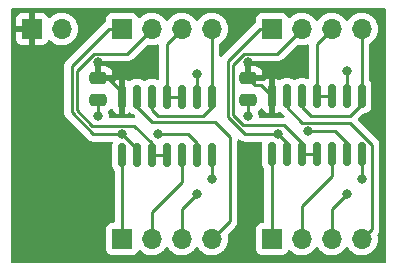
<source format=gbr>
%TF.GenerationSoftware,KiCad,Pcbnew,(6.0.0-0)*%
%TF.CreationDate,2022-07-05T22:52:52-04:00*%
%TF.ProjectId,IO-VGA-nand-gates,494f2d56-4741-42d6-9e61-6e642d676174,rev?*%
%TF.SameCoordinates,Original*%
%TF.FileFunction,Copper,L1,Top*%
%TF.FilePolarity,Positive*%
%FSLAX46Y46*%
G04 Gerber Fmt 4.6, Leading zero omitted, Abs format (unit mm)*
G04 Created by KiCad (PCBNEW (6.0.0-0)) date 2022-07-05 22:52:52*
%MOMM*%
%LPD*%
G01*
G04 APERTURE LIST*
G04 Aperture macros list*
%AMRoundRect*
0 Rectangle with rounded corners*
0 $1 Rounding radius*
0 $2 $3 $4 $5 $6 $7 $8 $9 X,Y pos of 4 corners*
0 Add a 4 corners polygon primitive as box body*
4,1,4,$2,$3,$4,$5,$6,$7,$8,$9,$2,$3,0*
0 Add four circle primitives for the rounded corners*
1,1,$1+$1,$2,$3*
1,1,$1+$1,$4,$5*
1,1,$1+$1,$6,$7*
1,1,$1+$1,$8,$9*
0 Add four rect primitives between the rounded corners*
20,1,$1+$1,$2,$3,$4,$5,0*
20,1,$1+$1,$4,$5,$6,$7,0*
20,1,$1+$1,$6,$7,$8,$9,0*
20,1,$1+$1,$8,$9,$2,$3,0*%
G04 Aperture macros list end*
%TA.AperFunction,ComponentPad*%
%ADD10R,1.700000X1.700000*%
%TD*%
%TA.AperFunction,ComponentPad*%
%ADD11O,1.700000X1.700000*%
%TD*%
%TA.AperFunction,SMDPad,CuDef*%
%ADD12RoundRect,0.150000X0.150000X-0.825000X0.150000X0.825000X-0.150000X0.825000X-0.150000X-0.825000X0*%
%TD*%
%TA.AperFunction,SMDPad,CuDef*%
%ADD13RoundRect,0.250000X-0.475000X0.250000X-0.475000X-0.250000X0.475000X-0.250000X0.475000X0.250000X0*%
%TD*%
%TA.AperFunction,ViaPad*%
%ADD14C,0.800000*%
%TD*%
%TA.AperFunction,Conductor*%
%ADD15C,0.250000*%
%TD*%
G04 APERTURE END LIST*
D10*
%TO.P,J5,1,Pin_1*%
%TO.N,/~{Q0}*%
X137414000Y-83312000D03*
D11*
%TO.P,J5,2,Pin_2*%
%TO.N,/Q0*%
X139954000Y-83312000D03*
%TO.P,J5,3,Pin_3*%
%TO.N,/~{Q1}*%
X142494000Y-83312000D03*
%TO.P,J5,4,Pin_4*%
%TO.N,/Q1*%
X145034000Y-83312000D03*
%TD*%
D10*
%TO.P,J2,1,Pin_1*%
%TO.N,VCC*%
X129794000Y-83312000D03*
D11*
%TO.P,J2,2,Pin_2*%
%TO.N,GND*%
X132334000Y-83312000D03*
%TD*%
D10*
%TO.P,J4,1,Pin_1*%
%TO.N,/~{Q2}*%
X150114000Y-83312000D03*
D11*
%TO.P,J4,2,Pin_2*%
%TO.N,/Q2*%
X152654000Y-83312000D03*
%TO.P,J4,3,Pin_3*%
%TO.N,/~{Q3}*%
X155194000Y-83312000D03*
%TO.P,J4,4,Pin_4*%
%TO.N,/Q3*%
X157734000Y-83312000D03*
%TD*%
D10*
%TO.P,J3,1,Pin_1*%
%TO.N,/~{S2}*%
X150114000Y-101092000D03*
D11*
%TO.P,J3,2,Pin_2*%
%TO.N,/~{R2}*%
X152654000Y-101092000D03*
%TO.P,J3,3,Pin_3*%
%TO.N,/~{S3}*%
X155194000Y-101092000D03*
%TO.P,J3,4,Pin_4*%
%TO.N,/~{R3}*%
X157734000Y-101092000D03*
%TD*%
D12*
%TO.P,U2,1*%
%TO.N,/~{S2}*%
X150114000Y-93915000D03*
%TO.P,U2,2*%
%TO.N,/~{Q2}*%
X151384000Y-93915000D03*
%TO.P,U2,3*%
%TO.N,/Q2*%
X152654000Y-93915000D03*
%TO.P,U2,4*%
X153924000Y-93915000D03*
%TO.P,U2,5*%
%TO.N,/~{R2}*%
X155194000Y-93915000D03*
%TO.P,U2,6*%
%TO.N,/~{Q2}*%
X156464000Y-93915000D03*
%TO.P,U2,7,GND*%
%TO.N,GND*%
X157734000Y-93915000D03*
%TO.P,U2,8*%
%TO.N,/Q3*%
X157734000Y-88965000D03*
%TO.P,U2,9*%
%TO.N,/~{S3}*%
X156464000Y-88965000D03*
%TO.P,U2,10*%
%TO.N,/~{Q3}*%
X155194000Y-88965000D03*
%TO.P,U2,11*%
X153924000Y-88965000D03*
%TO.P,U2,12*%
%TO.N,/Q3*%
X152654000Y-88965000D03*
%TO.P,U2,13*%
%TO.N,/~{R3}*%
X151384000Y-88965000D03*
%TO.P,U2,14,VCC*%
%TO.N,VCC*%
X150114000Y-88965000D03*
%TD*%
D13*
%TO.P,C2,1*%
%TO.N,VCC*%
X148082000Y-87442000D03*
%TO.P,C2,2*%
%TO.N,GND*%
X148082000Y-89342000D03*
%TD*%
D12*
%TO.P,U1,1*%
%TO.N,/~{S0}*%
X137414000Y-93981000D03*
%TO.P,U1,2*%
%TO.N,/~{Q0}*%
X138684000Y-93981000D03*
%TO.P,U1,3*%
%TO.N,/Q0*%
X139954000Y-93981000D03*
%TO.P,U1,4*%
X141224000Y-93981000D03*
%TO.P,U1,5*%
%TO.N,/~{R0}*%
X142494000Y-93981000D03*
%TO.P,U1,6*%
%TO.N,/~{Q0}*%
X143764000Y-93981000D03*
%TO.P,U1,7,GND*%
%TO.N,GND*%
X145034000Y-93981000D03*
%TO.P,U1,8*%
%TO.N,/Q1*%
X145034000Y-89031000D03*
%TO.P,U1,9*%
%TO.N,/~{S1}*%
X143764000Y-89031000D03*
%TO.P,U1,10*%
%TO.N,/~{Q1}*%
X142494000Y-89031000D03*
%TO.P,U1,11*%
X141224000Y-89031000D03*
%TO.P,U1,12*%
%TO.N,/Q1*%
X139954000Y-89031000D03*
%TO.P,U1,13*%
%TO.N,/~{R1}*%
X138684000Y-89031000D03*
%TO.P,U1,14,VCC*%
%TO.N,VCC*%
X137414000Y-89031000D03*
%TD*%
D13*
%TO.P,C1,1*%
%TO.N,VCC*%
X135382000Y-87442000D03*
%TO.P,C1,2*%
%TO.N,GND*%
X135382000Y-89342000D03*
%TD*%
D10*
%TO.P,J1,1,Pin_1*%
%TO.N,/~{S0}*%
X137434000Y-101092000D03*
D11*
%TO.P,J1,2,Pin_2*%
%TO.N,/~{R0}*%
X139974000Y-101092000D03*
%TO.P,J1,3,Pin_3*%
%TO.N,/~{S1}*%
X142514000Y-101092000D03*
%TO.P,J1,4,Pin_4*%
%TO.N,/~{R1}*%
X145054000Y-101092000D03*
%TD*%
D14*
%TO.N,VCC*%
X148082000Y-86106000D03*
X147574000Y-83058000D03*
X131572000Y-86106000D03*
X135382000Y-86106000D03*
%TO.N,/~{Q0}*%
X140461999Y-92202001D03*
X137414000Y-92202000D03*
%TO.N,/~{S1}*%
X143764000Y-97282000D03*
X143764000Y-87122000D03*
%TO.N,GND*%
X135386299Y-90673701D03*
X145034000Y-96012000D03*
X148082000Y-90678000D03*
%TO.N,/~{Q2}*%
X153162000Y-91948000D03*
X150622000Y-92202000D03*
%TO.N,GND*%
X157734000Y-96012000D03*
%TO.N,/~{S3}*%
X156464000Y-86868000D03*
X156464000Y-97282000D03*
%TD*%
D15*
%TO.N,/~{Q2}*%
X150114000Y-83312000D02*
X149098000Y-83312000D01*
X146362491Y-86047509D02*
X146362491Y-90741495D01*
X149098000Y-83312000D02*
X146362491Y-86047509D01*
X146362491Y-90741495D02*
X147822996Y-92202000D01*
X147822996Y-92202000D02*
X150622000Y-92202000D01*
%TO.N,/Q2*%
X152654000Y-83312000D02*
X150584501Y-85381499D01*
X147696700Y-91440000D02*
X151130000Y-91440000D01*
X150584501Y-85381499D02*
X147781901Y-85381499D01*
X147781901Y-85381499D02*
X146812001Y-86351399D01*
X146812001Y-86351399D02*
X146812001Y-90555301D01*
X146812001Y-90555301D02*
X147696700Y-91440000D01*
X151130000Y-91440000D02*
X152654000Y-92964000D01*
X152654000Y-92964000D02*
X152654000Y-93915000D01*
%TO.N,VCC*%
X148082000Y-87442000D02*
X148082000Y-86106000D01*
%TO.N,/Q0*%
X138467499Y-91477499D02*
X139954000Y-92964000D01*
X139954000Y-92964000D02*
X139954000Y-93981000D01*
X133604000Y-86859400D02*
X133604000Y-90170000D01*
X135081901Y-85381499D02*
X133604000Y-86859400D01*
X134911499Y-91477499D02*
X138467499Y-91477499D01*
X137884501Y-85381499D02*
X135081901Y-85381499D01*
X139954000Y-83312000D02*
X137884501Y-85381499D01*
%TO.N,VCC*%
X135382000Y-87442000D02*
X135382000Y-86106000D01*
%TO.N,/Q0*%
X133604000Y-90170000D02*
X134911499Y-91477499D01*
%TO.N,/~{S0}*%
X137414000Y-93981000D02*
X137434000Y-94001000D01*
X137434000Y-94001000D02*
X137434000Y-101092000D01*
%TO.N,/~{R0}*%
X142494000Y-93981000D02*
X142494000Y-96266000D01*
X142494000Y-96266000D02*
X139974000Y-98786000D01*
X139974000Y-98786000D02*
X139974000Y-101092000D01*
%TO.N,/~{Q0}*%
X143002001Y-92202001D02*
X140461999Y-92202001D01*
X143764000Y-92964000D02*
X143002001Y-92202001D01*
X143764000Y-93981000D02*
X143764000Y-92964000D01*
X133154490Y-90356194D02*
X135000296Y-92202000D01*
X133154490Y-86471510D02*
X133154490Y-90356194D01*
X137414000Y-83312000D02*
X136314000Y-83312000D01*
X138684000Y-93981000D02*
X138684000Y-93472000D01*
X135000296Y-92202000D02*
X137414000Y-92202000D01*
X136314000Y-83312000D02*
X133154490Y-86471510D01*
X138684000Y-93472000D02*
X137414000Y-92202000D01*
%TO.N,/~{S1}*%
X142514000Y-101092000D02*
X142514000Y-98532000D01*
X142514000Y-98532000D02*
X143764000Y-97282000D01*
X143764000Y-87122000D02*
X143764000Y-89031000D01*
%TO.N,/~{R1}*%
X138684000Y-89031000D02*
X138684000Y-89916000D01*
X145288000Y-91186000D02*
X146558000Y-92456000D01*
X138684000Y-89916000D02*
X139954000Y-91186000D01*
X139954000Y-91186000D02*
X145288000Y-91186000D01*
X146558000Y-92456000D02*
X146558000Y-99588000D01*
X146558000Y-99588000D02*
X145054000Y-101092000D01*
%TO.N,VCC*%
X137414000Y-89031000D02*
X137414000Y-88646000D01*
X137414000Y-88646000D02*
X136210000Y-87442000D01*
X136210000Y-87442000D02*
X135382000Y-87442000D01*
%TO.N,/Q1*%
X145034000Y-89031000D02*
X145034000Y-89916000D01*
X140462000Y-90678000D02*
X139954000Y-90170000D01*
X145034000Y-89916000D02*
X144272000Y-90678000D01*
X139954000Y-90170000D02*
X139954000Y-89031000D01*
X144272000Y-90678000D02*
X140462000Y-90678000D01*
X145034000Y-83312000D02*
X145034000Y-89031000D01*
%TO.N,/~{Q1}*%
X141224000Y-89031000D02*
X142494000Y-89031000D01*
X142494000Y-83312000D02*
X141224000Y-84582000D01*
X141224000Y-84582000D02*
X141224000Y-89031000D01*
%TO.N,/Q0*%
X139954000Y-93981000D02*
X141224000Y-93981000D01*
%TO.N,GND*%
X135382000Y-90669402D02*
X135386299Y-90673701D01*
X135382000Y-89342000D02*
X135382000Y-90669402D01*
X145034000Y-93981000D02*
X145034000Y-96012000D01*
X148082000Y-89342000D02*
X148082000Y-90678000D01*
%TO.N,VCC*%
X148082000Y-87442000D02*
X148707969Y-88067969D01*
X148707969Y-88067969D02*
X149216969Y-88067969D01*
X149216969Y-88067969D02*
X150114000Y-88965000D01*
%TO.N,/~{R3}*%
X151384000Y-89916000D02*
X151384000Y-88965000D01*
%TO.N,/~{Q2}*%
X156464000Y-92964000D02*
X155448000Y-91948000D01*
X155448000Y-91948000D02*
X153162000Y-91948000D01*
%TO.N,/~{R3}*%
X152691499Y-91223499D02*
X151384000Y-89916000D01*
X156688571Y-91223499D02*
X152691499Y-91223499D01*
X158584000Y-93118928D02*
X156688571Y-91223499D01*
X157734000Y-101092000D02*
X158584000Y-100242000D01*
X158584000Y-100242000D02*
X158584000Y-93118928D01*
%TO.N,/~{Q2}*%
X156464000Y-93915000D02*
X156464000Y-92964000D01*
%TO.N,/~{R2}*%
X155194000Y-93915000D02*
X155194000Y-95758000D01*
X155194000Y-95758000D02*
X152654000Y-98298000D01*
X152654000Y-98298000D02*
X152654000Y-101092000D01*
%TO.N,GND*%
X157734000Y-93915000D02*
X157734000Y-96012000D01*
%TO.N,/~{S3}*%
X155194000Y-101092000D02*
X155194000Y-98552000D01*
X155194000Y-98552000D02*
X156210000Y-97536000D01*
X156210000Y-97536000D02*
X156464000Y-97282000D01*
X156464000Y-86868000D02*
X156464000Y-88965000D01*
%TO.N,/~{S2}*%
X150114000Y-93915000D02*
X150114000Y-101092000D01*
%TO.N,/Q3*%
X152654000Y-88965000D02*
X152654000Y-89916000D01*
X152654000Y-89916000D02*
X153416000Y-90678000D01*
X153416000Y-90678000D02*
X156718000Y-90678000D01*
X156718000Y-90678000D02*
X157734000Y-89662000D01*
X157734000Y-89662000D02*
X157734000Y-88965000D01*
X157734000Y-83312000D02*
X157734000Y-88965000D01*
%TO.N,/~{Q3}*%
X155194000Y-88965000D02*
X153924000Y-88965000D01*
X155194000Y-83312000D02*
X153924000Y-84582000D01*
X153924000Y-84582000D02*
X153924000Y-88965000D01*
%TO.N,/~{Q2}*%
X151384000Y-92964000D02*
X151384000Y-93915000D01*
X150622000Y-92202000D02*
X151384000Y-92964000D01*
%TO.N,/Q2*%
X153924000Y-93915000D02*
X152654000Y-93915000D01*
%TD*%
%TA.AperFunction,Conductor*%
%TO.N,VCC*%
G36*
X159708121Y-81554002D02*
G01*
X159754614Y-81607658D01*
X159766000Y-81660000D01*
X159766000Y-102998000D01*
X159745998Y-103066121D01*
X159692342Y-103112614D01*
X159640000Y-103124000D01*
X128142000Y-103124000D01*
X128073879Y-103103998D01*
X128027386Y-103050342D01*
X128016000Y-102998000D01*
X128016000Y-86451453D01*
X132516270Y-86451453D01*
X132517016Y-86459345D01*
X132520431Y-86495471D01*
X132520990Y-86507329D01*
X132520990Y-90277427D01*
X132520463Y-90288610D01*
X132518788Y-90296103D01*
X132519037Y-90304029D01*
X132519037Y-90304030D01*
X132520928Y-90364180D01*
X132520990Y-90368139D01*
X132520990Y-90396050D01*
X132521487Y-90399984D01*
X132521487Y-90399985D01*
X132521495Y-90400050D01*
X132522428Y-90411887D01*
X132523817Y-90456083D01*
X132529468Y-90475533D01*
X132533477Y-90494894D01*
X132536016Y-90514991D01*
X132538935Y-90522362D01*
X132538935Y-90522364D01*
X132552294Y-90556106D01*
X132556139Y-90567336D01*
X132568472Y-90609787D01*
X132572505Y-90616606D01*
X132572507Y-90616611D01*
X132578783Y-90627222D01*
X132587478Y-90644970D01*
X132594938Y-90663811D01*
X132599600Y-90670227D01*
X132599600Y-90670228D01*
X132620926Y-90699581D01*
X132627442Y-90709501D01*
X132639817Y-90730425D01*
X132649948Y-90747556D01*
X132664269Y-90761877D01*
X132677109Y-90776910D01*
X132689018Y-90793301D01*
X132704585Y-90806179D01*
X132723095Y-90821492D01*
X132731874Y-90829482D01*
X134496644Y-92594253D01*
X134504184Y-92602539D01*
X134508296Y-92609018D01*
X134514073Y-92614443D01*
X134557947Y-92655643D01*
X134560789Y-92658398D01*
X134580526Y-92678135D01*
X134583723Y-92680615D01*
X134592743Y-92688318D01*
X134624975Y-92718586D01*
X134631921Y-92722405D01*
X134631924Y-92722407D01*
X134642730Y-92728348D01*
X134659249Y-92739199D01*
X134675255Y-92751614D01*
X134682524Y-92754759D01*
X134682528Y-92754762D01*
X134715833Y-92769174D01*
X134726483Y-92774391D01*
X134765236Y-92795695D01*
X134772911Y-92797666D01*
X134772912Y-92797666D01*
X134784858Y-92800733D01*
X134803563Y-92807137D01*
X134822151Y-92815181D01*
X134829974Y-92816420D01*
X134829984Y-92816423D01*
X134865820Y-92822099D01*
X134877440Y-92824505D01*
X134899389Y-92830140D01*
X134920266Y-92835500D01*
X134940520Y-92835500D01*
X134960230Y-92837051D01*
X134980239Y-92840220D01*
X134988131Y-92839474D01*
X135024257Y-92836059D01*
X135036115Y-92835500D01*
X136503570Y-92835500D01*
X136571691Y-92855502D01*
X136618184Y-92909158D01*
X136628288Y-92979432D01*
X136624567Y-92996653D01*
X136610232Y-93045992D01*
X136610231Y-93045997D01*
X136608438Y-93052169D01*
X136607934Y-93058574D01*
X136607933Y-93058579D01*
X136606009Y-93083027D01*
X136605500Y-93089498D01*
X136605500Y-94872502D01*
X136608438Y-94909831D01*
X136654855Y-95069601D01*
X136658892Y-95076427D01*
X136735509Y-95205980D01*
X136735511Y-95205983D01*
X136739547Y-95212807D01*
X136763595Y-95236855D01*
X136797621Y-95299167D01*
X136800500Y-95325950D01*
X136800500Y-99607500D01*
X136780498Y-99675621D01*
X136726842Y-99722114D01*
X136674500Y-99733500D01*
X136535866Y-99733500D01*
X136473684Y-99740255D01*
X136337295Y-99791385D01*
X136220739Y-99878739D01*
X136133385Y-99995295D01*
X136082255Y-100131684D01*
X136075500Y-100193866D01*
X136075500Y-101990134D01*
X136082255Y-102052316D01*
X136133385Y-102188705D01*
X136220739Y-102305261D01*
X136337295Y-102392615D01*
X136473684Y-102443745D01*
X136535866Y-102450500D01*
X138332134Y-102450500D01*
X138394316Y-102443745D01*
X138530705Y-102392615D01*
X138647261Y-102305261D01*
X138734615Y-102188705D01*
X138756799Y-102129529D01*
X138778598Y-102071382D01*
X138821240Y-102014618D01*
X138887802Y-101989918D01*
X138957150Y-102005126D01*
X138991817Y-102033114D01*
X139020250Y-102065938D01*
X139192126Y-102208632D01*
X139385000Y-102321338D01*
X139593692Y-102401030D01*
X139598760Y-102402061D01*
X139598763Y-102402062D01*
X139706017Y-102423883D01*
X139812597Y-102445567D01*
X139817772Y-102445757D01*
X139817774Y-102445757D01*
X140030673Y-102453564D01*
X140030677Y-102453564D01*
X140035837Y-102453753D01*
X140040957Y-102453097D01*
X140040959Y-102453097D01*
X140252288Y-102426025D01*
X140252289Y-102426025D01*
X140257416Y-102425368D01*
X140262366Y-102423883D01*
X140466429Y-102362661D01*
X140466434Y-102362659D01*
X140471384Y-102361174D01*
X140671994Y-102262896D01*
X140853860Y-102133173D01*
X141012096Y-101975489D01*
X141142453Y-101794077D01*
X141143776Y-101795028D01*
X141190645Y-101751857D01*
X141260580Y-101739625D01*
X141326026Y-101767144D01*
X141353875Y-101798994D01*
X141413987Y-101897088D01*
X141560250Y-102065938D01*
X141732126Y-102208632D01*
X141925000Y-102321338D01*
X142133692Y-102401030D01*
X142138760Y-102402061D01*
X142138763Y-102402062D01*
X142246017Y-102423883D01*
X142352597Y-102445567D01*
X142357772Y-102445757D01*
X142357774Y-102445757D01*
X142570673Y-102453564D01*
X142570677Y-102453564D01*
X142575837Y-102453753D01*
X142580957Y-102453097D01*
X142580959Y-102453097D01*
X142792288Y-102426025D01*
X142792289Y-102426025D01*
X142797416Y-102425368D01*
X142802366Y-102423883D01*
X143006429Y-102362661D01*
X143006434Y-102362659D01*
X143011384Y-102361174D01*
X143211994Y-102262896D01*
X143393860Y-102133173D01*
X143552096Y-101975489D01*
X143682453Y-101794077D01*
X143683776Y-101795028D01*
X143730645Y-101751857D01*
X143800580Y-101739625D01*
X143866026Y-101767144D01*
X143893875Y-101798994D01*
X143953987Y-101897088D01*
X144100250Y-102065938D01*
X144272126Y-102208632D01*
X144465000Y-102321338D01*
X144673692Y-102401030D01*
X144678760Y-102402061D01*
X144678763Y-102402062D01*
X144786017Y-102423883D01*
X144892597Y-102445567D01*
X144897772Y-102445757D01*
X144897774Y-102445757D01*
X145110673Y-102453564D01*
X145110677Y-102453564D01*
X145115837Y-102453753D01*
X145120957Y-102453097D01*
X145120959Y-102453097D01*
X145332288Y-102426025D01*
X145332289Y-102426025D01*
X145337416Y-102425368D01*
X145342366Y-102423883D01*
X145546429Y-102362661D01*
X145546434Y-102362659D01*
X145551384Y-102361174D01*
X145751994Y-102262896D01*
X145933860Y-102133173D01*
X146092096Y-101975489D01*
X146222453Y-101794077D01*
X146243320Y-101751857D01*
X146319136Y-101598453D01*
X146319137Y-101598451D01*
X146321430Y-101593811D01*
X146386370Y-101380069D01*
X146415529Y-101158590D01*
X146417156Y-101092000D01*
X146398852Y-100869361D01*
X146370821Y-100757765D01*
X146373625Y-100686823D01*
X146403930Y-100637974D01*
X146950247Y-100091657D01*
X146958537Y-100084113D01*
X146965018Y-100080000D01*
X147011659Y-100030332D01*
X147014413Y-100027491D01*
X147034134Y-100007770D01*
X147036612Y-100004575D01*
X147044318Y-99995553D01*
X147069158Y-99969101D01*
X147074586Y-99963321D01*
X147084346Y-99945568D01*
X147095199Y-99929045D01*
X147102753Y-99919306D01*
X147107613Y-99913041D01*
X147125176Y-99872457D01*
X147130383Y-99861827D01*
X147151695Y-99823060D01*
X147153666Y-99815383D01*
X147153668Y-99815378D01*
X147156732Y-99803442D01*
X147163138Y-99784730D01*
X147168033Y-99773419D01*
X147171181Y-99766145D01*
X147172421Y-99758317D01*
X147172423Y-99758310D01*
X147178099Y-99722476D01*
X147180505Y-99710856D01*
X147189528Y-99675711D01*
X147189528Y-99675710D01*
X147191500Y-99668030D01*
X147191500Y-99647776D01*
X147193051Y-99628065D01*
X147194980Y-99615886D01*
X147196220Y-99608057D01*
X147192059Y-99564038D01*
X147191500Y-99552181D01*
X147191500Y-92770200D01*
X147211502Y-92702079D01*
X147265158Y-92655586D01*
X147335432Y-92645482D01*
X147400737Y-92675646D01*
X147403226Y-92678135D01*
X147406423Y-92680615D01*
X147415443Y-92688318D01*
X147447675Y-92718586D01*
X147454621Y-92722405D01*
X147454624Y-92722407D01*
X147465430Y-92728348D01*
X147481949Y-92739199D01*
X147497955Y-92751614D01*
X147505224Y-92754759D01*
X147505228Y-92754762D01*
X147538533Y-92769174D01*
X147549183Y-92774391D01*
X147587936Y-92795695D01*
X147595611Y-92797666D01*
X147595612Y-92797666D01*
X147607558Y-92800733D01*
X147626263Y-92807137D01*
X147644851Y-92815181D01*
X147652674Y-92816420D01*
X147652684Y-92816423D01*
X147688520Y-92822099D01*
X147700140Y-92824505D01*
X147722089Y-92830140D01*
X147742966Y-92835500D01*
X147763220Y-92835500D01*
X147782930Y-92837051D01*
X147802939Y-92840220D01*
X147810831Y-92839474D01*
X147846957Y-92836059D01*
X147858815Y-92835500D01*
X149185526Y-92835500D01*
X149253647Y-92855502D01*
X149300140Y-92909158D01*
X149309342Y-92983059D01*
X149308438Y-92986169D01*
X149307933Y-92992587D01*
X149306451Y-93011421D01*
X149305500Y-93023498D01*
X149305500Y-94806502D01*
X149308438Y-94843831D01*
X149354855Y-95003601D01*
X149358892Y-95010427D01*
X149435509Y-95139980D01*
X149435511Y-95139983D01*
X149439547Y-95146807D01*
X149445155Y-95152415D01*
X149450011Y-95158675D01*
X149448504Y-95159844D01*
X149477621Y-95213167D01*
X149480500Y-95239950D01*
X149480500Y-99607500D01*
X149460498Y-99675621D01*
X149406842Y-99722114D01*
X149354500Y-99733500D01*
X149215866Y-99733500D01*
X149153684Y-99740255D01*
X149017295Y-99791385D01*
X148900739Y-99878739D01*
X148813385Y-99995295D01*
X148762255Y-100131684D01*
X148755500Y-100193866D01*
X148755500Y-101990134D01*
X148762255Y-102052316D01*
X148813385Y-102188705D01*
X148900739Y-102305261D01*
X149017295Y-102392615D01*
X149153684Y-102443745D01*
X149215866Y-102450500D01*
X151012134Y-102450500D01*
X151074316Y-102443745D01*
X151210705Y-102392615D01*
X151327261Y-102305261D01*
X151414615Y-102188705D01*
X151436799Y-102129529D01*
X151458598Y-102071382D01*
X151501240Y-102014618D01*
X151567802Y-101989918D01*
X151637150Y-102005126D01*
X151671817Y-102033114D01*
X151700250Y-102065938D01*
X151872126Y-102208632D01*
X152065000Y-102321338D01*
X152273692Y-102401030D01*
X152278760Y-102402061D01*
X152278763Y-102402062D01*
X152386017Y-102423883D01*
X152492597Y-102445567D01*
X152497772Y-102445757D01*
X152497774Y-102445757D01*
X152710673Y-102453564D01*
X152710677Y-102453564D01*
X152715837Y-102453753D01*
X152720957Y-102453097D01*
X152720959Y-102453097D01*
X152932288Y-102426025D01*
X152932289Y-102426025D01*
X152937416Y-102425368D01*
X152942366Y-102423883D01*
X153146429Y-102362661D01*
X153146434Y-102362659D01*
X153151384Y-102361174D01*
X153351994Y-102262896D01*
X153533860Y-102133173D01*
X153692096Y-101975489D01*
X153822453Y-101794077D01*
X153823776Y-101795028D01*
X153870645Y-101751857D01*
X153940580Y-101739625D01*
X154006026Y-101767144D01*
X154033875Y-101798994D01*
X154093987Y-101897088D01*
X154240250Y-102065938D01*
X154412126Y-102208632D01*
X154605000Y-102321338D01*
X154813692Y-102401030D01*
X154818760Y-102402061D01*
X154818763Y-102402062D01*
X154926017Y-102423883D01*
X155032597Y-102445567D01*
X155037772Y-102445757D01*
X155037774Y-102445757D01*
X155250673Y-102453564D01*
X155250677Y-102453564D01*
X155255837Y-102453753D01*
X155260957Y-102453097D01*
X155260959Y-102453097D01*
X155472288Y-102426025D01*
X155472289Y-102426025D01*
X155477416Y-102425368D01*
X155482366Y-102423883D01*
X155686429Y-102362661D01*
X155686434Y-102362659D01*
X155691384Y-102361174D01*
X155891994Y-102262896D01*
X156073860Y-102133173D01*
X156232096Y-101975489D01*
X156362453Y-101794077D01*
X156363776Y-101795028D01*
X156410645Y-101751857D01*
X156480580Y-101739625D01*
X156546026Y-101767144D01*
X156573875Y-101798994D01*
X156633987Y-101897088D01*
X156780250Y-102065938D01*
X156952126Y-102208632D01*
X157145000Y-102321338D01*
X157353692Y-102401030D01*
X157358760Y-102402061D01*
X157358763Y-102402062D01*
X157466017Y-102423883D01*
X157572597Y-102445567D01*
X157577772Y-102445757D01*
X157577774Y-102445757D01*
X157790673Y-102453564D01*
X157790677Y-102453564D01*
X157795837Y-102453753D01*
X157800957Y-102453097D01*
X157800959Y-102453097D01*
X158012288Y-102426025D01*
X158012289Y-102426025D01*
X158017416Y-102425368D01*
X158022366Y-102423883D01*
X158226429Y-102362661D01*
X158226434Y-102362659D01*
X158231384Y-102361174D01*
X158431994Y-102262896D01*
X158613860Y-102133173D01*
X158772096Y-101975489D01*
X158902453Y-101794077D01*
X158923320Y-101751857D01*
X158999136Y-101598453D01*
X158999137Y-101598451D01*
X159001430Y-101593811D01*
X159066370Y-101380069D01*
X159095529Y-101158590D01*
X159097156Y-101092000D01*
X159078852Y-100869361D01*
X159050261Y-100755536D01*
X159053065Y-100684595D01*
X159080615Y-100638588D01*
X159095159Y-100623100D01*
X159100586Y-100617321D01*
X159108236Y-100603406D01*
X159110346Y-100599568D01*
X159121202Y-100583041D01*
X159128757Y-100573302D01*
X159128758Y-100573300D01*
X159133614Y-100567040D01*
X159151174Y-100526460D01*
X159156391Y-100515812D01*
X159173875Y-100484009D01*
X159173876Y-100484007D01*
X159177695Y-100477060D01*
X159182733Y-100457437D01*
X159189137Y-100438734D01*
X159194033Y-100427420D01*
X159194033Y-100427419D01*
X159197181Y-100420145D01*
X159198420Y-100412322D01*
X159198423Y-100412312D01*
X159204099Y-100376476D01*
X159206505Y-100364856D01*
X159215528Y-100329711D01*
X159215528Y-100329710D01*
X159217500Y-100322030D01*
X159217500Y-100301776D01*
X159219051Y-100282065D01*
X159220980Y-100269886D01*
X159222220Y-100262057D01*
X159218059Y-100218038D01*
X159217500Y-100206181D01*
X159217500Y-93197691D01*
X159218027Y-93186507D01*
X159219701Y-93179019D01*
X159217562Y-93110960D01*
X159217500Y-93107003D01*
X159217500Y-93079072D01*
X159216994Y-93075066D01*
X159216061Y-93063220D01*
X159214922Y-93026965D01*
X159214673Y-93019038D01*
X159209022Y-92999586D01*
X159205014Y-92980234D01*
X159203468Y-92967996D01*
X159203467Y-92967994D01*
X159202474Y-92960131D01*
X159186194Y-92919014D01*
X159182359Y-92907813D01*
X159170018Y-92865334D01*
X159165985Y-92858515D01*
X159165983Y-92858510D01*
X159159707Y-92847899D01*
X159151010Y-92830149D01*
X159143552Y-92811311D01*
X159117571Y-92775551D01*
X159111053Y-92765629D01*
X159092578Y-92734388D01*
X159092574Y-92734383D01*
X159088542Y-92727565D01*
X159074218Y-92713241D01*
X159061376Y-92698206D01*
X159049472Y-92681821D01*
X159015406Y-92653639D01*
X159006627Y-92645650D01*
X157415536Y-91054559D01*
X157381510Y-90992247D01*
X157386575Y-90921432D01*
X157415536Y-90876369D01*
X157806500Y-90485405D01*
X157868812Y-90451379D01*
X157895595Y-90448500D01*
X157950502Y-90448500D01*
X157952950Y-90448307D01*
X157952958Y-90448307D01*
X157981421Y-90446067D01*
X157981426Y-90446066D01*
X157987831Y-90445562D01*
X158104665Y-90411619D01*
X158139988Y-90401357D01*
X158139990Y-90401356D01*
X158147601Y-90399145D01*
X158203511Y-90366080D01*
X158283980Y-90318491D01*
X158283983Y-90318489D01*
X158290807Y-90314453D01*
X158408453Y-90196807D01*
X158412489Y-90189983D01*
X158412491Y-90189980D01*
X158489108Y-90060427D01*
X158493145Y-90053601D01*
X158539562Y-89893831D01*
X158542500Y-89856502D01*
X158542500Y-88073498D01*
X158539562Y-88036169D01*
X158493145Y-87876399D01*
X158468024Y-87833921D01*
X158412491Y-87740020D01*
X158412489Y-87740017D01*
X158408453Y-87733193D01*
X158402845Y-87727585D01*
X158397989Y-87721325D01*
X158399496Y-87720156D01*
X158370379Y-87666833D01*
X158367500Y-87640050D01*
X158367500Y-84592427D01*
X158387502Y-84524306D01*
X158428618Y-84484550D01*
X158431994Y-84482896D01*
X158613860Y-84353173D01*
X158772096Y-84195489D01*
X158902453Y-84014077D01*
X158923320Y-83971857D01*
X158999136Y-83818453D01*
X158999137Y-83818451D01*
X159001430Y-83813811D01*
X159066370Y-83600069D01*
X159095529Y-83378590D01*
X159097156Y-83312000D01*
X159078852Y-83089361D01*
X159024431Y-82872702D01*
X158935354Y-82667840D01*
X158814014Y-82480277D01*
X158663670Y-82315051D01*
X158659619Y-82311852D01*
X158659615Y-82311848D01*
X158492414Y-82179800D01*
X158492410Y-82179798D01*
X158488359Y-82176598D01*
X158292789Y-82068638D01*
X158287920Y-82066914D01*
X158287916Y-82066912D01*
X158087087Y-81995795D01*
X158087083Y-81995794D01*
X158082212Y-81994069D01*
X158077119Y-81993162D01*
X158077116Y-81993161D01*
X157867373Y-81955800D01*
X157867367Y-81955799D01*
X157862284Y-81954894D01*
X157788452Y-81953992D01*
X157644081Y-81952228D01*
X157644079Y-81952228D01*
X157638911Y-81952165D01*
X157418091Y-81985955D01*
X157205756Y-82055357D01*
X157007607Y-82158507D01*
X157003474Y-82161610D01*
X157003471Y-82161612D01*
X156920450Y-82223946D01*
X156828965Y-82292635D01*
X156825393Y-82296373D01*
X156717729Y-82409037D01*
X156674629Y-82454138D01*
X156567201Y-82611621D01*
X156512293Y-82656621D01*
X156441768Y-82664792D01*
X156378021Y-82633538D01*
X156357324Y-82609054D01*
X156276822Y-82484617D01*
X156276820Y-82484614D01*
X156274014Y-82480277D01*
X156123670Y-82315051D01*
X156119619Y-82311852D01*
X156119615Y-82311848D01*
X155952414Y-82179800D01*
X155952410Y-82179798D01*
X155948359Y-82176598D01*
X155752789Y-82068638D01*
X155747920Y-82066914D01*
X155747916Y-82066912D01*
X155547087Y-81995795D01*
X155547083Y-81995794D01*
X155542212Y-81994069D01*
X155537119Y-81993162D01*
X155537116Y-81993161D01*
X155327373Y-81955800D01*
X155327367Y-81955799D01*
X155322284Y-81954894D01*
X155248452Y-81953992D01*
X155104081Y-81952228D01*
X155104079Y-81952228D01*
X155098911Y-81952165D01*
X154878091Y-81985955D01*
X154665756Y-82055357D01*
X154467607Y-82158507D01*
X154463474Y-82161610D01*
X154463471Y-82161612D01*
X154380450Y-82223946D01*
X154288965Y-82292635D01*
X154285393Y-82296373D01*
X154177729Y-82409037D01*
X154134629Y-82454138D01*
X154027201Y-82611621D01*
X153972293Y-82656621D01*
X153901768Y-82664792D01*
X153838021Y-82633538D01*
X153817324Y-82609054D01*
X153736822Y-82484617D01*
X153736820Y-82484614D01*
X153734014Y-82480277D01*
X153583670Y-82315051D01*
X153579619Y-82311852D01*
X153579615Y-82311848D01*
X153412414Y-82179800D01*
X153412410Y-82179798D01*
X153408359Y-82176598D01*
X153212789Y-82068638D01*
X153207920Y-82066914D01*
X153207916Y-82066912D01*
X153007087Y-81995795D01*
X153007083Y-81995794D01*
X153002212Y-81994069D01*
X152997119Y-81993162D01*
X152997116Y-81993161D01*
X152787373Y-81955800D01*
X152787367Y-81955799D01*
X152782284Y-81954894D01*
X152708452Y-81953992D01*
X152564081Y-81952228D01*
X152564079Y-81952228D01*
X152558911Y-81952165D01*
X152338091Y-81985955D01*
X152125756Y-82055357D01*
X151927607Y-82158507D01*
X151923474Y-82161610D01*
X151923471Y-82161612D01*
X151840450Y-82223946D01*
X151748965Y-82292635D01*
X151692537Y-82351684D01*
X151668283Y-82377064D01*
X151606759Y-82412494D01*
X151535846Y-82409037D01*
X151478060Y-82367791D01*
X151459207Y-82334243D01*
X151417767Y-82223703D01*
X151414615Y-82215295D01*
X151327261Y-82098739D01*
X151210705Y-82011385D01*
X151074316Y-81960255D01*
X151012134Y-81953500D01*
X149215866Y-81953500D01*
X149153684Y-81960255D01*
X149017295Y-82011385D01*
X148900739Y-82098739D01*
X148813385Y-82215295D01*
X148762255Y-82351684D01*
X148755500Y-82413866D01*
X148755500Y-82709088D01*
X148735498Y-82777209D01*
X148709204Y-82805941D01*
X148706638Y-82807458D01*
X148692317Y-82821779D01*
X148677284Y-82834619D01*
X148660893Y-82846528D01*
X148655842Y-82852634D01*
X148632702Y-82880605D01*
X148624712Y-82889384D01*
X145970238Y-85543857D01*
X145961952Y-85551397D01*
X145955473Y-85555509D01*
X145950048Y-85561286D01*
X145908848Y-85605160D01*
X145906093Y-85608002D01*
X145886356Y-85627739D01*
X145886075Y-85627458D01*
X145827961Y-85664106D01*
X145756967Y-85663497D01*
X145697572Y-85624603D01*
X145668633Y-85559772D01*
X145667500Y-85542910D01*
X145667500Y-84592427D01*
X145687502Y-84524306D01*
X145728618Y-84484550D01*
X145731994Y-84482896D01*
X145913860Y-84353173D01*
X146072096Y-84195489D01*
X146202453Y-84014077D01*
X146223320Y-83971857D01*
X146299136Y-83818453D01*
X146299137Y-83818451D01*
X146301430Y-83813811D01*
X146366370Y-83600069D01*
X146395529Y-83378590D01*
X146397156Y-83312000D01*
X146378852Y-83089361D01*
X146324431Y-82872702D01*
X146235354Y-82667840D01*
X146114014Y-82480277D01*
X145963670Y-82315051D01*
X145959619Y-82311852D01*
X145959615Y-82311848D01*
X145792414Y-82179800D01*
X145792410Y-82179798D01*
X145788359Y-82176598D01*
X145592789Y-82068638D01*
X145587920Y-82066914D01*
X145587916Y-82066912D01*
X145387087Y-81995795D01*
X145387083Y-81995794D01*
X145382212Y-81994069D01*
X145377119Y-81993162D01*
X145377116Y-81993161D01*
X145167373Y-81955800D01*
X145167367Y-81955799D01*
X145162284Y-81954894D01*
X145088452Y-81953992D01*
X144944081Y-81952228D01*
X144944079Y-81952228D01*
X144938911Y-81952165D01*
X144718091Y-81985955D01*
X144505756Y-82055357D01*
X144307607Y-82158507D01*
X144303474Y-82161610D01*
X144303471Y-82161612D01*
X144220450Y-82223946D01*
X144128965Y-82292635D01*
X144125393Y-82296373D01*
X144017729Y-82409037D01*
X143974629Y-82454138D01*
X143867201Y-82611621D01*
X143812293Y-82656621D01*
X143741768Y-82664792D01*
X143678021Y-82633538D01*
X143657324Y-82609054D01*
X143576822Y-82484617D01*
X143576820Y-82484614D01*
X143574014Y-82480277D01*
X143423670Y-82315051D01*
X143419619Y-82311852D01*
X143419615Y-82311848D01*
X143252414Y-82179800D01*
X143252410Y-82179798D01*
X143248359Y-82176598D01*
X143052789Y-82068638D01*
X143047920Y-82066914D01*
X143047916Y-82066912D01*
X142847087Y-81995795D01*
X142847083Y-81995794D01*
X142842212Y-81994069D01*
X142837119Y-81993162D01*
X142837116Y-81993161D01*
X142627373Y-81955800D01*
X142627367Y-81955799D01*
X142622284Y-81954894D01*
X142548452Y-81953992D01*
X142404081Y-81952228D01*
X142404079Y-81952228D01*
X142398911Y-81952165D01*
X142178091Y-81985955D01*
X141965756Y-82055357D01*
X141767607Y-82158507D01*
X141763474Y-82161610D01*
X141763471Y-82161612D01*
X141680450Y-82223946D01*
X141588965Y-82292635D01*
X141585393Y-82296373D01*
X141477729Y-82409037D01*
X141434629Y-82454138D01*
X141327201Y-82611621D01*
X141272293Y-82656621D01*
X141201768Y-82664792D01*
X141138021Y-82633538D01*
X141117324Y-82609054D01*
X141036822Y-82484617D01*
X141036820Y-82484614D01*
X141034014Y-82480277D01*
X140883670Y-82315051D01*
X140879619Y-82311852D01*
X140879615Y-82311848D01*
X140712414Y-82179800D01*
X140712410Y-82179798D01*
X140708359Y-82176598D01*
X140512789Y-82068638D01*
X140507920Y-82066914D01*
X140507916Y-82066912D01*
X140307087Y-81995795D01*
X140307083Y-81995794D01*
X140302212Y-81994069D01*
X140297119Y-81993162D01*
X140297116Y-81993161D01*
X140087373Y-81955800D01*
X140087367Y-81955799D01*
X140082284Y-81954894D01*
X140008452Y-81953992D01*
X139864081Y-81952228D01*
X139864079Y-81952228D01*
X139858911Y-81952165D01*
X139638091Y-81985955D01*
X139425756Y-82055357D01*
X139227607Y-82158507D01*
X139223474Y-82161610D01*
X139223471Y-82161612D01*
X139140450Y-82223946D01*
X139048965Y-82292635D01*
X138992537Y-82351684D01*
X138968283Y-82377064D01*
X138906759Y-82412494D01*
X138835846Y-82409037D01*
X138778060Y-82367791D01*
X138759207Y-82334243D01*
X138717767Y-82223703D01*
X138714615Y-82215295D01*
X138627261Y-82098739D01*
X138510705Y-82011385D01*
X138374316Y-81960255D01*
X138312134Y-81953500D01*
X136515866Y-81953500D01*
X136453684Y-81960255D01*
X136317295Y-82011385D01*
X136200739Y-82098739D01*
X136113385Y-82215295D01*
X136062255Y-82351684D01*
X136055500Y-82413866D01*
X136055500Y-82652562D01*
X136035498Y-82720683D01*
X136003560Y-82754499D01*
X135970613Y-82778436D01*
X135960693Y-82784952D01*
X135929465Y-82803420D01*
X135929462Y-82803422D01*
X135922638Y-82807458D01*
X135908317Y-82821779D01*
X135893284Y-82834619D01*
X135876893Y-82846528D01*
X135871842Y-82852634D01*
X135848702Y-82880605D01*
X135840712Y-82889384D01*
X132762237Y-85967858D01*
X132753951Y-85975398D01*
X132747472Y-85979510D01*
X132742047Y-85985287D01*
X132700847Y-86029161D01*
X132698092Y-86032003D01*
X132678355Y-86051740D01*
X132675875Y-86054937D01*
X132668172Y-86063957D01*
X132637904Y-86096189D01*
X132634085Y-86103135D01*
X132634083Y-86103138D01*
X132628142Y-86113944D01*
X132617291Y-86130463D01*
X132604876Y-86146469D01*
X132601731Y-86153738D01*
X132601728Y-86153742D01*
X132587316Y-86187047D01*
X132582099Y-86197697D01*
X132560795Y-86236450D01*
X132558824Y-86244125D01*
X132558824Y-86244126D01*
X132555757Y-86256072D01*
X132549353Y-86274776D01*
X132541309Y-86293365D01*
X132540070Y-86301188D01*
X132540067Y-86301198D01*
X132534391Y-86337034D01*
X132531985Y-86348654D01*
X132520990Y-86391480D01*
X132520990Y-86411734D01*
X132519439Y-86431444D01*
X132516270Y-86451453D01*
X128016000Y-86451453D01*
X128016000Y-84206669D01*
X128436001Y-84206669D01*
X128436371Y-84213490D01*
X128441895Y-84264352D01*
X128445521Y-84279604D01*
X128490676Y-84400054D01*
X128499214Y-84415649D01*
X128575715Y-84517724D01*
X128588276Y-84530285D01*
X128690351Y-84606786D01*
X128705946Y-84615324D01*
X128826394Y-84660478D01*
X128841649Y-84664105D01*
X128892514Y-84669631D01*
X128899328Y-84670000D01*
X129521885Y-84670000D01*
X129537124Y-84665525D01*
X129538329Y-84664135D01*
X129540000Y-84656452D01*
X129540000Y-84651884D01*
X130048000Y-84651884D01*
X130052475Y-84667123D01*
X130053865Y-84668328D01*
X130061548Y-84669999D01*
X130688669Y-84669999D01*
X130695490Y-84669629D01*
X130746352Y-84664105D01*
X130761604Y-84660479D01*
X130882054Y-84615324D01*
X130897649Y-84606786D01*
X130999724Y-84530285D01*
X131012285Y-84517724D01*
X131088786Y-84415649D01*
X131097324Y-84400054D01*
X131138225Y-84290952D01*
X131180867Y-84234188D01*
X131247428Y-84209488D01*
X131316777Y-84224696D01*
X131351444Y-84252684D01*
X131376865Y-84282031D01*
X131376869Y-84282035D01*
X131380250Y-84285938D01*
X131552126Y-84428632D01*
X131745000Y-84541338D01*
X131953692Y-84621030D01*
X131958760Y-84622061D01*
X131958763Y-84622062D01*
X132066017Y-84643883D01*
X132172597Y-84665567D01*
X132177772Y-84665757D01*
X132177774Y-84665757D01*
X132390673Y-84673564D01*
X132390677Y-84673564D01*
X132395837Y-84673753D01*
X132400957Y-84673097D01*
X132400959Y-84673097D01*
X132612288Y-84646025D01*
X132612289Y-84646025D01*
X132617416Y-84645368D01*
X132622366Y-84643883D01*
X132826429Y-84582661D01*
X132826434Y-84582659D01*
X132831384Y-84581174D01*
X133031994Y-84482896D01*
X133213860Y-84353173D01*
X133372096Y-84195489D01*
X133502453Y-84014077D01*
X133523320Y-83971857D01*
X133599136Y-83818453D01*
X133599137Y-83818451D01*
X133601430Y-83813811D01*
X133666370Y-83600069D01*
X133695529Y-83378590D01*
X133697156Y-83312000D01*
X133678852Y-83089361D01*
X133624431Y-82872702D01*
X133535354Y-82667840D01*
X133414014Y-82480277D01*
X133263670Y-82315051D01*
X133259619Y-82311852D01*
X133259615Y-82311848D01*
X133092414Y-82179800D01*
X133092410Y-82179798D01*
X133088359Y-82176598D01*
X132892789Y-82068638D01*
X132887920Y-82066914D01*
X132887916Y-82066912D01*
X132687087Y-81995795D01*
X132687083Y-81995794D01*
X132682212Y-81994069D01*
X132677119Y-81993162D01*
X132677116Y-81993161D01*
X132467373Y-81955800D01*
X132467367Y-81955799D01*
X132462284Y-81954894D01*
X132388452Y-81953992D01*
X132244081Y-81952228D01*
X132244079Y-81952228D01*
X132238911Y-81952165D01*
X132018091Y-81985955D01*
X131805756Y-82055357D01*
X131607607Y-82158507D01*
X131603474Y-82161610D01*
X131603471Y-82161612D01*
X131520450Y-82223946D01*
X131428965Y-82292635D01*
X131425393Y-82296373D01*
X131347898Y-82377466D01*
X131286374Y-82412895D01*
X131215462Y-82409438D01*
X131157676Y-82368192D01*
X131138823Y-82334644D01*
X131097324Y-82223946D01*
X131088786Y-82208351D01*
X131012285Y-82106276D01*
X130999724Y-82093715D01*
X130897649Y-82017214D01*
X130882054Y-82008676D01*
X130761606Y-81963522D01*
X130746351Y-81959895D01*
X130695486Y-81954369D01*
X130688672Y-81954000D01*
X130066115Y-81954000D01*
X130050876Y-81958475D01*
X130049671Y-81959865D01*
X130048000Y-81967548D01*
X130048000Y-84651884D01*
X129540000Y-84651884D01*
X129540000Y-83584115D01*
X129535525Y-83568876D01*
X129534135Y-83567671D01*
X129526452Y-83566000D01*
X128454116Y-83566000D01*
X128438877Y-83570475D01*
X128437672Y-83571865D01*
X128436001Y-83579548D01*
X128436001Y-84206669D01*
X128016000Y-84206669D01*
X128016000Y-83039885D01*
X128436000Y-83039885D01*
X128440475Y-83055124D01*
X128441865Y-83056329D01*
X128449548Y-83058000D01*
X129521885Y-83058000D01*
X129537124Y-83053525D01*
X129538329Y-83052135D01*
X129540000Y-83044452D01*
X129540000Y-81972116D01*
X129535525Y-81956877D01*
X129534135Y-81955672D01*
X129526452Y-81954001D01*
X128899331Y-81954001D01*
X128892510Y-81954371D01*
X128841648Y-81959895D01*
X128826396Y-81963521D01*
X128705946Y-82008676D01*
X128690351Y-82017214D01*
X128588276Y-82093715D01*
X128575715Y-82106276D01*
X128499214Y-82208351D01*
X128490676Y-82223946D01*
X128445522Y-82344394D01*
X128441895Y-82359649D01*
X128436369Y-82410514D01*
X128436000Y-82417328D01*
X128436000Y-83039885D01*
X128016000Y-83039885D01*
X128016000Y-81660000D01*
X128036002Y-81591879D01*
X128089658Y-81545386D01*
X128142000Y-81534000D01*
X159640000Y-81534000D01*
X159708121Y-81554002D01*
G37*
%TD.AperFunction*%
%TA.AperFunction,Conductor*%
G36*
X140559238Y-84625718D02*
G01*
X140589110Y-84690124D01*
X140590500Y-84708788D01*
X140590500Y-87507776D01*
X140570498Y-87575897D01*
X140516842Y-87622390D01*
X140446568Y-87632494D01*
X140400364Y-87616231D01*
X140367601Y-87596855D01*
X140359990Y-87594644D01*
X140359988Y-87594643D01*
X140295462Y-87575897D01*
X140207831Y-87550438D01*
X140201426Y-87549934D01*
X140201421Y-87549933D01*
X140172958Y-87547693D01*
X140172950Y-87547693D01*
X140170502Y-87547500D01*
X139737498Y-87547500D01*
X139735050Y-87547693D01*
X139735042Y-87547693D01*
X139706579Y-87549933D01*
X139706574Y-87549934D01*
X139700169Y-87550438D01*
X139612538Y-87575897D01*
X139548012Y-87594643D01*
X139548010Y-87594644D01*
X139540399Y-87596855D01*
X139397193Y-87681547D01*
X139394511Y-87684229D01*
X139330139Y-87709502D01*
X139260516Y-87695600D01*
X139244688Y-87685428D01*
X139240807Y-87681547D01*
X139097601Y-87596855D01*
X139089990Y-87594644D01*
X139089988Y-87594643D01*
X139025462Y-87575897D01*
X138937831Y-87550438D01*
X138931426Y-87549934D01*
X138931421Y-87549933D01*
X138902958Y-87547693D01*
X138902950Y-87547693D01*
X138900502Y-87547500D01*
X138467498Y-87547500D01*
X138465050Y-87547693D01*
X138465042Y-87547693D01*
X138436579Y-87549933D01*
X138436574Y-87549934D01*
X138430169Y-87550438D01*
X138342538Y-87575897D01*
X138278012Y-87594643D01*
X138278010Y-87594644D01*
X138270399Y-87596855D01*
X138127193Y-87681547D01*
X138124253Y-87684487D01*
X138059729Y-87709821D01*
X137990106Y-87695920D01*
X137971360Y-87683871D01*
X137963677Y-87677911D01*
X137834221Y-87601352D01*
X137819790Y-87595107D01*
X137685395Y-87556061D01*
X137671294Y-87556101D01*
X137668000Y-87563370D01*
X137668000Y-90492878D01*
X137671973Y-90506409D01*
X137679871Y-90507544D01*
X137819790Y-90466893D01*
X137834221Y-90460648D01*
X137963676Y-90384090D01*
X137971364Y-90378126D01*
X138037449Y-90352179D01*
X138107072Y-90366080D01*
X138123158Y-90376418D01*
X138127193Y-90380453D01*
X138270399Y-90465145D01*
X138333546Y-90483491D01*
X138387488Y-90515392D01*
X138501000Y-90628904D01*
X138535026Y-90691216D01*
X138529961Y-90762031D01*
X138487414Y-90818867D01*
X138420894Y-90843678D01*
X138411905Y-90843999D01*
X136421841Y-90843999D01*
X136353720Y-90823997D01*
X136307227Y-90770341D01*
X136296531Y-90704829D01*
X136299803Y-90673701D01*
X136293788Y-90616467D01*
X136280531Y-90490336D01*
X136280531Y-90490334D01*
X136279841Y-90483773D01*
X136265585Y-90439899D01*
X136239677Y-90360161D01*
X136237649Y-90289194D01*
X136274312Y-90228396D01*
X136293206Y-90214081D01*
X136312056Y-90202416D01*
X136331348Y-90190478D01*
X136448451Y-90073170D01*
X136510735Y-90039091D01*
X136581555Y-90044094D01*
X136638427Y-90086591D01*
X136653263Y-90112149D01*
X136659353Y-90126223D01*
X136735911Y-90255678D01*
X136745551Y-90268104D01*
X136851896Y-90374449D01*
X136864322Y-90384089D01*
X136993779Y-90460648D01*
X137008210Y-90466893D01*
X137142605Y-90505939D01*
X137156706Y-90505899D01*
X137160000Y-90498630D01*
X137160000Y-87569122D01*
X137156027Y-87555591D01*
X137148129Y-87554456D01*
X137008210Y-87595107D01*
X136993779Y-87601352D01*
X136864322Y-87677911D01*
X136851896Y-87687551D01*
X136812903Y-87726544D01*
X136750591Y-87760570D01*
X136679776Y-87755505D01*
X136622940Y-87712958D01*
X136620001Y-87707087D01*
X136609135Y-87697671D01*
X136601452Y-87696000D01*
X135254000Y-87696000D01*
X135185879Y-87675998D01*
X135139386Y-87622342D01*
X135128000Y-87570000D01*
X135128000Y-87169885D01*
X135636000Y-87169885D01*
X135640475Y-87185124D01*
X135641865Y-87186329D01*
X135649548Y-87188000D01*
X136596884Y-87188000D01*
X136612123Y-87183525D01*
X136613328Y-87182135D01*
X136614999Y-87174452D01*
X136614999Y-87144905D01*
X136614662Y-87138386D01*
X136604743Y-87042794D01*
X136601851Y-87029400D01*
X136550412Y-86875216D01*
X136544239Y-86862038D01*
X136458937Y-86724193D01*
X136449901Y-86712792D01*
X136335171Y-86598261D01*
X136323760Y-86589249D01*
X136185757Y-86504184D01*
X136172576Y-86498037D01*
X136018290Y-86446862D01*
X136004914Y-86443995D01*
X135910562Y-86434328D01*
X135904145Y-86434000D01*
X135654115Y-86434000D01*
X135638876Y-86438475D01*
X135637671Y-86439865D01*
X135636000Y-86447548D01*
X135636000Y-87169885D01*
X135128000Y-87169885D01*
X135128000Y-86452116D01*
X135123525Y-86436877D01*
X135118063Y-86432144D01*
X135079679Y-86372418D01*
X135079679Y-86301421D01*
X135111480Y-86247824D01*
X135307400Y-86051904D01*
X135369712Y-86017878D01*
X135396495Y-86014999D01*
X137805734Y-86014999D01*
X137816917Y-86015526D01*
X137824410Y-86017201D01*
X137832336Y-86016952D01*
X137832337Y-86016952D01*
X137892487Y-86015061D01*
X137896446Y-86014999D01*
X137924357Y-86014999D01*
X137928292Y-86014502D01*
X137928357Y-86014494D01*
X137940194Y-86013561D01*
X137972452Y-86012547D01*
X137976471Y-86012421D01*
X137984390Y-86012172D01*
X138003844Y-86006520D01*
X138023201Y-86002512D01*
X138035431Y-86000967D01*
X138035432Y-86000967D01*
X138043298Y-85999973D01*
X138050669Y-85997054D01*
X138050671Y-85997054D01*
X138084413Y-85983695D01*
X138095643Y-85979850D01*
X138130484Y-85969728D01*
X138130485Y-85969728D01*
X138138094Y-85967517D01*
X138144913Y-85963484D01*
X138144918Y-85963482D01*
X138155529Y-85957206D01*
X138173277Y-85948511D01*
X138192118Y-85941051D01*
X138222610Y-85918898D01*
X138227888Y-85915063D01*
X138237808Y-85908547D01*
X138269036Y-85890079D01*
X138269039Y-85890077D01*
X138275863Y-85886041D01*
X138290184Y-85871720D01*
X138305218Y-85858879D01*
X138315195Y-85851630D01*
X138321608Y-85846971D01*
X138349799Y-85812894D01*
X138357789Y-85804115D01*
X139498549Y-84663355D01*
X139560861Y-84629329D01*
X139612762Y-84628979D01*
X139792597Y-84665567D01*
X139797772Y-84665757D01*
X139797774Y-84665757D01*
X140010673Y-84673564D01*
X140010677Y-84673564D01*
X140015837Y-84673753D01*
X140020957Y-84673097D01*
X140020959Y-84673097D01*
X140232288Y-84646025D01*
X140232289Y-84646025D01*
X140237416Y-84645368D01*
X140290877Y-84629329D01*
X140428292Y-84588102D01*
X140499288Y-84587685D01*
X140559238Y-84625718D01*
G37*
%TD.AperFunction*%
%TA.AperFunction,Conductor*%
G36*
X153259238Y-84625718D02*
G01*
X153289110Y-84690124D01*
X153290500Y-84708788D01*
X153290500Y-87441776D01*
X153270498Y-87509897D01*
X153216842Y-87556390D01*
X153146568Y-87566494D01*
X153100364Y-87550231D01*
X153067601Y-87530855D01*
X153059990Y-87528644D01*
X153059988Y-87528643D01*
X152994970Y-87509754D01*
X152907831Y-87484438D01*
X152901426Y-87483934D01*
X152901421Y-87483933D01*
X152872958Y-87481693D01*
X152872950Y-87481693D01*
X152870502Y-87481500D01*
X152437498Y-87481500D01*
X152435050Y-87481693D01*
X152435042Y-87481693D01*
X152406579Y-87483933D01*
X152406574Y-87483934D01*
X152400169Y-87484438D01*
X152313030Y-87509754D01*
X152248012Y-87528643D01*
X152248010Y-87528644D01*
X152240399Y-87530855D01*
X152097193Y-87615547D01*
X152094511Y-87618229D01*
X152030139Y-87643502D01*
X151960516Y-87629600D01*
X151944688Y-87619428D01*
X151940807Y-87615547D01*
X151797601Y-87530855D01*
X151789990Y-87528644D01*
X151789988Y-87528643D01*
X151724970Y-87509754D01*
X151637831Y-87484438D01*
X151631426Y-87483934D01*
X151631421Y-87483933D01*
X151602958Y-87481693D01*
X151602950Y-87481693D01*
X151600502Y-87481500D01*
X151167498Y-87481500D01*
X151165050Y-87481693D01*
X151165042Y-87481693D01*
X151136579Y-87483933D01*
X151136574Y-87483934D01*
X151130169Y-87484438D01*
X151043030Y-87509754D01*
X150978012Y-87528643D01*
X150978010Y-87528644D01*
X150970399Y-87530855D01*
X150827193Y-87615547D01*
X150824253Y-87618487D01*
X150759729Y-87643821D01*
X150690106Y-87629920D01*
X150671360Y-87617871D01*
X150663677Y-87611911D01*
X150534221Y-87535352D01*
X150519790Y-87529107D01*
X150385395Y-87490061D01*
X150371294Y-87490101D01*
X150368000Y-87497370D01*
X150368000Y-90426878D01*
X150371973Y-90440409D01*
X150379871Y-90441544D01*
X150519790Y-90400893D01*
X150534221Y-90394648D01*
X150663676Y-90318090D01*
X150671364Y-90312126D01*
X150737449Y-90286179D01*
X150807072Y-90300080D01*
X150823158Y-90310418D01*
X150827193Y-90314453D01*
X150944943Y-90384090D01*
X150958759Y-90392261D01*
X150983715Y-90411619D01*
X151163501Y-90591405D01*
X151197527Y-90653717D01*
X151192462Y-90724532D01*
X151149915Y-90781368D01*
X151083395Y-90806179D01*
X151074406Y-90806500D01*
X149120814Y-90806500D01*
X149052693Y-90786498D01*
X149006200Y-90732842D01*
X148995102Y-90681824D01*
X148995504Y-90678000D01*
X148982314Y-90552500D01*
X148976232Y-90494635D01*
X148976232Y-90494633D01*
X148975542Y-90488072D01*
X148934934Y-90363094D01*
X148932906Y-90292128D01*
X148969569Y-90231330D01*
X148988459Y-90217019D01*
X149031348Y-90190478D01*
X149156305Y-90065303D01*
X149159951Y-90059388D01*
X149217745Y-90018413D01*
X149288668Y-90015182D01*
X149350080Y-90050807D01*
X149367163Y-90073429D01*
X149435911Y-90189678D01*
X149445551Y-90202104D01*
X149551896Y-90308449D01*
X149564322Y-90318089D01*
X149693779Y-90394648D01*
X149708210Y-90400893D01*
X149842605Y-90439939D01*
X149856706Y-90439899D01*
X149860000Y-90432630D01*
X149860000Y-87503122D01*
X149856027Y-87489591D01*
X149848129Y-87488456D01*
X149708210Y-87529107D01*
X149693779Y-87535352D01*
X149564322Y-87611911D01*
X149551896Y-87621551D01*
X149481365Y-87692082D01*
X149419053Y-87726108D01*
X149348238Y-87721043D01*
X149309756Y-87698210D01*
X149309134Y-87697671D01*
X149301452Y-87696000D01*
X147954000Y-87696000D01*
X147885879Y-87675998D01*
X147839386Y-87622342D01*
X147828000Y-87570000D01*
X147828000Y-87169885D01*
X148336000Y-87169885D01*
X148340475Y-87185124D01*
X148341865Y-87186329D01*
X148349548Y-87188000D01*
X149296884Y-87188000D01*
X149312123Y-87183525D01*
X149313328Y-87182135D01*
X149314999Y-87174452D01*
X149314999Y-87144905D01*
X149314662Y-87138386D01*
X149304743Y-87042794D01*
X149301851Y-87029400D01*
X149250412Y-86875216D01*
X149244239Y-86862038D01*
X149158937Y-86724193D01*
X149149901Y-86712792D01*
X149035171Y-86598261D01*
X149023760Y-86589249D01*
X148885757Y-86504184D01*
X148872576Y-86498037D01*
X148718290Y-86446862D01*
X148704914Y-86443995D01*
X148610562Y-86434328D01*
X148604145Y-86434000D01*
X148354115Y-86434000D01*
X148338876Y-86438475D01*
X148337671Y-86439865D01*
X148336000Y-86447548D01*
X148336000Y-87169885D01*
X147828000Y-87169885D01*
X147828000Y-86452116D01*
X147823525Y-86436877D01*
X147818064Y-86432145D01*
X147779680Y-86372419D01*
X147779680Y-86301422D01*
X147811481Y-86247825D01*
X148007402Y-86051904D01*
X148069714Y-86017878D01*
X148096497Y-86014999D01*
X150505734Y-86014999D01*
X150516917Y-86015526D01*
X150524410Y-86017201D01*
X150532336Y-86016952D01*
X150532337Y-86016952D01*
X150592487Y-86015061D01*
X150596446Y-86014999D01*
X150624357Y-86014999D01*
X150628292Y-86014502D01*
X150628357Y-86014494D01*
X150640194Y-86013561D01*
X150672452Y-86012547D01*
X150676471Y-86012421D01*
X150684390Y-86012172D01*
X150703844Y-86006520D01*
X150723201Y-86002512D01*
X150735431Y-86000967D01*
X150735432Y-86000967D01*
X150743298Y-85999973D01*
X150750669Y-85997054D01*
X150750671Y-85997054D01*
X150784413Y-85983695D01*
X150795643Y-85979850D01*
X150830484Y-85969728D01*
X150830485Y-85969728D01*
X150838094Y-85967517D01*
X150844913Y-85963484D01*
X150844918Y-85963482D01*
X150855529Y-85957206D01*
X150873277Y-85948511D01*
X150892118Y-85941051D01*
X150922610Y-85918898D01*
X150927888Y-85915063D01*
X150937808Y-85908547D01*
X150969036Y-85890079D01*
X150969039Y-85890077D01*
X150975863Y-85886041D01*
X150990184Y-85871720D01*
X151005218Y-85858879D01*
X151015195Y-85851630D01*
X151021608Y-85846971D01*
X151049799Y-85812894D01*
X151057789Y-85804115D01*
X152198549Y-84663355D01*
X152260861Y-84629329D01*
X152312762Y-84628979D01*
X152492597Y-84665567D01*
X152497772Y-84665757D01*
X152497774Y-84665757D01*
X152710673Y-84673564D01*
X152710677Y-84673564D01*
X152715837Y-84673753D01*
X152720957Y-84673097D01*
X152720959Y-84673097D01*
X152932288Y-84646025D01*
X152932289Y-84646025D01*
X152937416Y-84645368D01*
X152990877Y-84629329D01*
X153128292Y-84588102D01*
X153199288Y-84587685D01*
X153259238Y-84625718D01*
G37*
%TD.AperFunction*%
%TD*%
M02*

</source>
